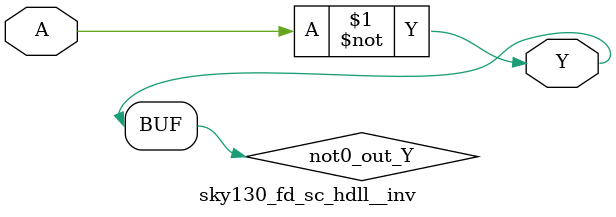
<source format=v>
/*
 * Copyright 2020 The SkyWater PDK Authors
 *
 * Licensed under the Apache License, Version 2.0 (the "License");
 * you may not use this file except in compliance with the License.
 * You may obtain a copy of the License at
 *
 *     https://www.apache.org/licenses/LICENSE-2.0
 *
 * Unless required by applicable law or agreed to in writing, software
 * distributed under the License is distributed on an "AS IS" BASIS,
 * WITHOUT WARRANTIES OR CONDITIONS OF ANY KIND, either express or implied.
 * See the License for the specific language governing permissions and
 * limitations under the License.
 *
 * SPDX-License-Identifier: Apache-2.0
*/


`ifndef SKY130_FD_SC_HDLL__INV_FUNCTIONAL_V
`define SKY130_FD_SC_HDLL__INV_FUNCTIONAL_V

/**
 * inv: Inverter.
 *
 * Verilog simulation functional model.
 */

`timescale 1ns / 1ps
`default_nettype none

`celldefine
module sky130_fd_sc_hdll__inv (
    Y,
    A
);

    // Module ports
    output Y;
    input  A;

    // Local signals
    wire not0_out_Y;

    //  Name  Output      Other arguments
    not not0 (not0_out_Y, A              );
    buf buf0 (Y         , not0_out_Y     );

endmodule
`endcelldefine

`default_nettype wire
`endif  // SKY130_FD_SC_HDLL__INV_FUNCTIONAL_V
</source>
